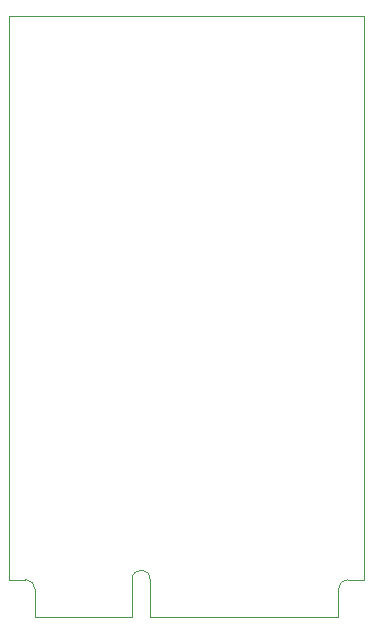
<source format=gbr>
%TF.GenerationSoftware,Altium Limited,Altium Designer,22.1.2 (22)*%
G04 Layer_Color=8388736*
%FSLAX26Y26*%
%MOIN*%
%TF.SameCoordinates,654C00B4-3322-4B45-B6E3-0FD47356756A*%
%TF.FilePolarity,Positive*%
%TF.FileFunction,Other,Board_Shape*%
%TF.Part,Single*%
G01*
G75*
%TA.AperFunction,NonConductor*%
%ADD29C,0.003937*%
D29*
X-122047Y127953D02*
G03*
X-181102Y127953I-29528J0D01*
G01*
X-505906Y94488D02*
G03*
X-537402Y125984I-31496J0D01*
G01*
X537402D02*
G03*
X505906Y94488I0J-31496D01*
G01*
X537402Y125984D02*
G03*
X505906Y94488I0J-31496D01*
G01*
X-505906D02*
G03*
X-537402Y125984I-31496J0D01*
G01*
X-122047Y127953D02*
G03*
X-181102Y127953I-29528J0D01*
G01*
X-122047Y0D02*
X505906D01*
X-505906D02*
Y94488D01*
X-181102Y0D02*
Y127953D01*
X-122047Y0D02*
Y127953D01*
X-590551Y125984D02*
X-537402D01*
X537402D02*
X590551D01*
X505906Y0D02*
Y94488D01*
X-505906Y0D02*
X-181102D01*
X-590551Y2005906D02*
X590551D01*
X-505906Y0D02*
Y94488D01*
X590551Y125984D02*
Y2005906D01*
X-181102Y0D02*
Y127953D01*
X505906Y0D02*
Y94488D01*
X-122047Y0D02*
Y127953D01*
X-505906Y0D02*
X-181102D01*
X-122047D02*
X505906D01*
X537402Y125984D02*
X590551D01*
X-590551D02*
X-537402D01*
X-590551D02*
Y2005906D01*
%TF.MD5,a51495cce5e3e562f4df8e8353a1079b*%
M02*

</source>
